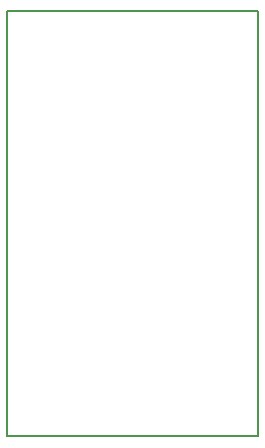
<source format=gbr>
G04 #@! TF.GenerationSoftware,KiCad,Pcbnew,(5.1.6)-1*
G04 #@! TF.CreationDate,2020-08-30T21:35:49+02:00*
G04 #@! TF.ProjectId,Freude_BreakoutBoard,46726575-6465-45f4-9272-65616b6f7574,rev?*
G04 #@! TF.SameCoordinates,Original*
G04 #@! TF.FileFunction,Profile,NP*
%FSLAX46Y46*%
G04 Gerber Fmt 4.6, Leading zero omitted, Abs format (unit mm)*
G04 Created by KiCad (PCBNEW (5.1.6)-1) date 2020-08-30 21:35:49*
%MOMM*%
%LPD*%
G01*
G04 APERTURE LIST*
G04 #@! TA.AperFunction,Profile*
%ADD10C,0.150000*%
G04 #@! TD*
G04 APERTURE END LIST*
D10*
X148220000Y-63380000D02*
X148220000Y-99380000D01*
X169470000Y-63380000D02*
X148220000Y-63380000D01*
X169470000Y-99380000D02*
X169470000Y-63380000D01*
X148220000Y-99380000D02*
X169470000Y-99380000D01*
M02*

</source>
